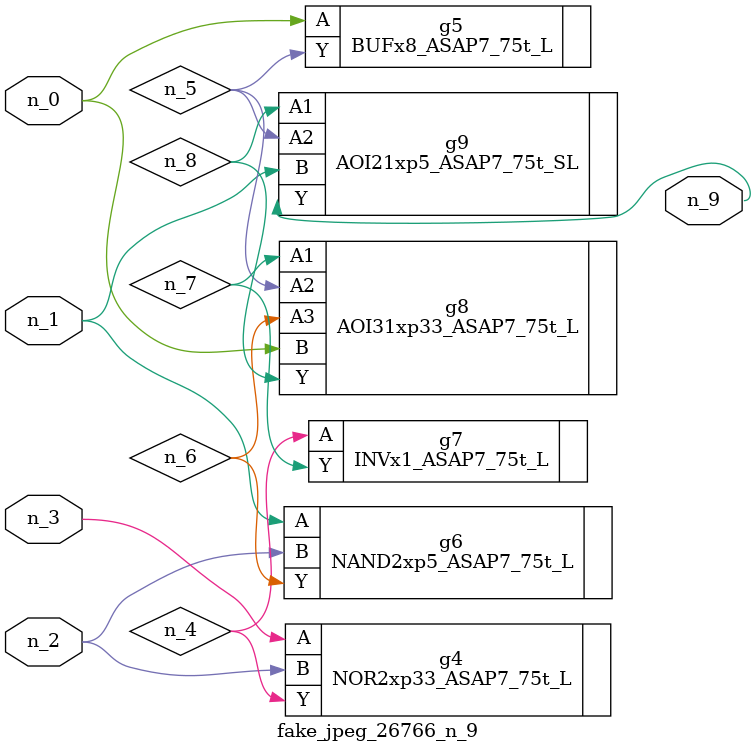
<source format=v>
module fake_jpeg_26766_n_9 (n_0, n_3, n_2, n_1, n_9);

input n_0;
input n_3;
input n_2;
input n_1;

output n_9;

wire n_4;
wire n_8;
wire n_6;
wire n_5;
wire n_7;

NOR2xp33_ASAP7_75t_L g4 ( 
.A(n_3),
.B(n_2),
.Y(n_4)
);

BUFx8_ASAP7_75t_L g5 ( 
.A(n_0),
.Y(n_5)
);

NAND2xp5_ASAP7_75t_L g6 ( 
.A(n_1),
.B(n_2),
.Y(n_6)
);

INVx1_ASAP7_75t_L g7 ( 
.A(n_4),
.Y(n_7)
);

AOI31xp33_ASAP7_75t_L g8 ( 
.A1(n_7),
.A2(n_5),
.A3(n_6),
.B(n_0),
.Y(n_8)
);

AOI21xp5_ASAP7_75t_SL g9 ( 
.A1(n_8),
.A2(n_5),
.B(n_1),
.Y(n_9)
);


endmodule
</source>
